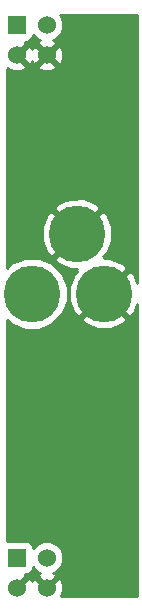
<source format=gbl>
G04 (created by PCBNEW-RS274X (2012-01-19 BZR 3256)-stable) date 15/02/2013 12:54:05*
G01*
G70*
G90*
%MOIN*%
G04 Gerber Fmt 3.4, Leading zero omitted, Abs format*
%FSLAX34Y34*%
G04 APERTURE LIST*
%ADD10C,0.006000*%
%ADD11R,0.060000X0.060000*%
%ADD12C,0.060000*%
%ADD13C,0.189000*%
%ADD14C,0.035000*%
%ADD15C,0.025000*%
%ADD16C,0.010000*%
G04 APERTURE END LIST*
G54D10*
G54D11*
X66500Y-34500D03*
G54D12*
X66500Y-35500D03*
X67500Y-34500D03*
X67500Y-35500D03*
G54D11*
X66500Y-52250D03*
G54D12*
X66500Y-53250D03*
X67500Y-52250D03*
X67500Y-53250D03*
G54D13*
X69400Y-43450D03*
X67000Y-43450D03*
X68500Y-41450D03*
G54D14*
X70100Y-47100D03*
X70150Y-36150D03*
G54D15*
X70150Y-36150D02*
X70200Y-36100D01*
G54D10*
G36*
X70525Y-53525D02*
X70164Y-53525D01*
X70164Y-44285D01*
X69400Y-43521D01*
X69329Y-43592D01*
X68636Y-44285D01*
X68740Y-44444D01*
X69170Y-44622D01*
X69636Y-44621D01*
X70060Y-44444D01*
X70164Y-44285D01*
X70164Y-53525D01*
X67974Y-53525D01*
X68043Y-53329D01*
X68032Y-53116D01*
X67972Y-52969D01*
X67878Y-52942D01*
X67571Y-53250D01*
X67500Y-53321D01*
X67429Y-53250D01*
X67394Y-53215D01*
X67122Y-52942D01*
X67028Y-52969D01*
X67002Y-53042D01*
X66972Y-52969D01*
X66878Y-52942D01*
X66571Y-53250D01*
X66500Y-53321D01*
X66429Y-53250D01*
X66500Y-53179D01*
X66535Y-53144D01*
X66808Y-52872D01*
X66787Y-52799D01*
X66849Y-52799D01*
X66941Y-52761D01*
X67011Y-52691D01*
X67049Y-52600D01*
X67049Y-52575D01*
X67189Y-52715D01*
X67280Y-52752D01*
X67219Y-52778D01*
X67192Y-52872D01*
X67500Y-53179D01*
X67808Y-52872D01*
X67781Y-52778D01*
X67715Y-52754D01*
X67811Y-52715D01*
X67965Y-52561D01*
X68049Y-52359D01*
X68049Y-52141D01*
X67965Y-51939D01*
X67811Y-51785D01*
X67609Y-51701D01*
X67391Y-51701D01*
X67189Y-51785D01*
X67049Y-51925D01*
X67049Y-51901D01*
X67011Y-51809D01*
X66941Y-51739D01*
X66850Y-51701D01*
X66751Y-51701D01*
X66175Y-51701D01*
X66175Y-44314D01*
X66323Y-44463D01*
X66762Y-44645D01*
X67237Y-44645D01*
X67676Y-44463D01*
X68013Y-44127D01*
X68195Y-43688D01*
X68195Y-43213D01*
X68013Y-42774D01*
X67677Y-42437D01*
X67238Y-42255D01*
X66808Y-42255D01*
X66763Y-42255D01*
X66324Y-42437D01*
X66175Y-42585D01*
X66175Y-35966D01*
X66207Y-35933D01*
X66219Y-35972D01*
X66421Y-36043D01*
X66634Y-36032D01*
X66781Y-35972D01*
X66808Y-35878D01*
X66535Y-35606D01*
X66500Y-35571D01*
X66429Y-35500D01*
X66500Y-35429D01*
X66535Y-35394D01*
X66808Y-35122D01*
X66787Y-35049D01*
X66849Y-35049D01*
X66941Y-35011D01*
X67011Y-34941D01*
X67049Y-34850D01*
X67049Y-34825D01*
X67189Y-34965D01*
X67280Y-35002D01*
X67219Y-35028D01*
X67192Y-35122D01*
X67500Y-35429D01*
X67808Y-35122D01*
X67781Y-35028D01*
X67715Y-35004D01*
X67811Y-34965D01*
X67965Y-34811D01*
X68049Y-34609D01*
X68049Y-34391D01*
X67965Y-34189D01*
X67951Y-34175D01*
X70525Y-34175D01*
X70525Y-43103D01*
X70394Y-42790D01*
X70235Y-42686D01*
X70164Y-42757D01*
X70164Y-42615D01*
X70060Y-42456D01*
X69672Y-42295D01*
X69630Y-42278D01*
X69393Y-42278D01*
X69431Y-42240D01*
X69377Y-42186D01*
X69494Y-42110D01*
X69672Y-41680D01*
X69671Y-41214D01*
X69494Y-40790D01*
X69335Y-40686D01*
X69264Y-40757D01*
X69264Y-40615D01*
X69160Y-40456D01*
X68730Y-40278D01*
X68264Y-40279D01*
X68043Y-40371D01*
X68043Y-35579D01*
X68032Y-35366D01*
X67972Y-35219D01*
X67878Y-35192D01*
X67571Y-35500D01*
X67878Y-35808D01*
X67972Y-35781D01*
X68043Y-35579D01*
X68043Y-40371D01*
X67840Y-40456D01*
X67808Y-40504D01*
X67808Y-35878D01*
X67500Y-35571D01*
X67429Y-35641D01*
X67429Y-35500D01*
X67122Y-35192D01*
X67028Y-35219D01*
X67002Y-35292D01*
X66972Y-35219D01*
X66878Y-35192D01*
X66571Y-35500D01*
X66878Y-35808D01*
X66972Y-35781D01*
X66997Y-35707D01*
X67028Y-35781D01*
X67122Y-35808D01*
X67429Y-35500D01*
X67429Y-35641D01*
X67192Y-35878D01*
X67219Y-35972D01*
X67421Y-36043D01*
X67634Y-36032D01*
X67781Y-35972D01*
X67808Y-35878D01*
X67808Y-40504D01*
X67736Y-40615D01*
X68500Y-41379D01*
X69264Y-40615D01*
X69264Y-40757D01*
X68606Y-41415D01*
X68571Y-41450D01*
X68500Y-41521D01*
X68465Y-41556D01*
X68429Y-41592D01*
X68429Y-41450D01*
X67665Y-40686D01*
X67506Y-40790D01*
X67328Y-41220D01*
X67329Y-41686D01*
X67506Y-42110D01*
X67665Y-42214D01*
X68429Y-41450D01*
X68429Y-41592D01*
X67736Y-42285D01*
X67840Y-42444D01*
X68270Y-42622D01*
X68507Y-42621D01*
X68469Y-42660D01*
X68522Y-42713D01*
X68406Y-42790D01*
X68228Y-43220D01*
X68229Y-43686D01*
X68406Y-44110D01*
X68565Y-44214D01*
X69294Y-43485D01*
X69329Y-43450D01*
X69400Y-43379D01*
X69435Y-43344D01*
X70164Y-42615D01*
X70164Y-42757D01*
X69471Y-43450D01*
X70235Y-44214D01*
X70394Y-44110D01*
X70525Y-43793D01*
X70525Y-53525D01*
X70525Y-53525D01*
G37*
G54D16*
X70525Y-53525D02*
X70164Y-53525D01*
X70164Y-44285D01*
X69400Y-43521D01*
X69329Y-43592D01*
X68636Y-44285D01*
X68740Y-44444D01*
X69170Y-44622D01*
X69636Y-44621D01*
X70060Y-44444D01*
X70164Y-44285D01*
X70164Y-53525D01*
X67974Y-53525D01*
X68043Y-53329D01*
X68032Y-53116D01*
X67972Y-52969D01*
X67878Y-52942D01*
X67571Y-53250D01*
X67500Y-53321D01*
X67429Y-53250D01*
X67394Y-53215D01*
X67122Y-52942D01*
X67028Y-52969D01*
X67002Y-53042D01*
X66972Y-52969D01*
X66878Y-52942D01*
X66571Y-53250D01*
X66500Y-53321D01*
X66429Y-53250D01*
X66500Y-53179D01*
X66535Y-53144D01*
X66808Y-52872D01*
X66787Y-52799D01*
X66849Y-52799D01*
X66941Y-52761D01*
X67011Y-52691D01*
X67049Y-52600D01*
X67049Y-52575D01*
X67189Y-52715D01*
X67280Y-52752D01*
X67219Y-52778D01*
X67192Y-52872D01*
X67500Y-53179D01*
X67808Y-52872D01*
X67781Y-52778D01*
X67715Y-52754D01*
X67811Y-52715D01*
X67965Y-52561D01*
X68049Y-52359D01*
X68049Y-52141D01*
X67965Y-51939D01*
X67811Y-51785D01*
X67609Y-51701D01*
X67391Y-51701D01*
X67189Y-51785D01*
X67049Y-51925D01*
X67049Y-51901D01*
X67011Y-51809D01*
X66941Y-51739D01*
X66850Y-51701D01*
X66751Y-51701D01*
X66175Y-51701D01*
X66175Y-44314D01*
X66323Y-44463D01*
X66762Y-44645D01*
X67237Y-44645D01*
X67676Y-44463D01*
X68013Y-44127D01*
X68195Y-43688D01*
X68195Y-43213D01*
X68013Y-42774D01*
X67677Y-42437D01*
X67238Y-42255D01*
X66808Y-42255D01*
X66763Y-42255D01*
X66324Y-42437D01*
X66175Y-42585D01*
X66175Y-35966D01*
X66207Y-35933D01*
X66219Y-35972D01*
X66421Y-36043D01*
X66634Y-36032D01*
X66781Y-35972D01*
X66808Y-35878D01*
X66535Y-35606D01*
X66500Y-35571D01*
X66429Y-35500D01*
X66500Y-35429D01*
X66535Y-35394D01*
X66808Y-35122D01*
X66787Y-35049D01*
X66849Y-35049D01*
X66941Y-35011D01*
X67011Y-34941D01*
X67049Y-34850D01*
X67049Y-34825D01*
X67189Y-34965D01*
X67280Y-35002D01*
X67219Y-35028D01*
X67192Y-35122D01*
X67500Y-35429D01*
X67808Y-35122D01*
X67781Y-35028D01*
X67715Y-35004D01*
X67811Y-34965D01*
X67965Y-34811D01*
X68049Y-34609D01*
X68049Y-34391D01*
X67965Y-34189D01*
X67951Y-34175D01*
X70525Y-34175D01*
X70525Y-43103D01*
X70394Y-42790D01*
X70235Y-42686D01*
X70164Y-42757D01*
X70164Y-42615D01*
X70060Y-42456D01*
X69672Y-42295D01*
X69630Y-42278D01*
X69393Y-42278D01*
X69431Y-42240D01*
X69377Y-42186D01*
X69494Y-42110D01*
X69672Y-41680D01*
X69671Y-41214D01*
X69494Y-40790D01*
X69335Y-40686D01*
X69264Y-40757D01*
X69264Y-40615D01*
X69160Y-40456D01*
X68730Y-40278D01*
X68264Y-40279D01*
X68043Y-40371D01*
X68043Y-35579D01*
X68032Y-35366D01*
X67972Y-35219D01*
X67878Y-35192D01*
X67571Y-35500D01*
X67878Y-35808D01*
X67972Y-35781D01*
X68043Y-35579D01*
X68043Y-40371D01*
X67840Y-40456D01*
X67808Y-40504D01*
X67808Y-35878D01*
X67500Y-35571D01*
X67429Y-35641D01*
X67429Y-35500D01*
X67122Y-35192D01*
X67028Y-35219D01*
X67002Y-35292D01*
X66972Y-35219D01*
X66878Y-35192D01*
X66571Y-35500D01*
X66878Y-35808D01*
X66972Y-35781D01*
X66997Y-35707D01*
X67028Y-35781D01*
X67122Y-35808D01*
X67429Y-35500D01*
X67429Y-35641D01*
X67192Y-35878D01*
X67219Y-35972D01*
X67421Y-36043D01*
X67634Y-36032D01*
X67781Y-35972D01*
X67808Y-35878D01*
X67808Y-40504D01*
X67736Y-40615D01*
X68500Y-41379D01*
X69264Y-40615D01*
X69264Y-40757D01*
X68606Y-41415D01*
X68571Y-41450D01*
X68500Y-41521D01*
X68465Y-41556D01*
X68429Y-41592D01*
X68429Y-41450D01*
X67665Y-40686D01*
X67506Y-40790D01*
X67328Y-41220D01*
X67329Y-41686D01*
X67506Y-42110D01*
X67665Y-42214D01*
X68429Y-41450D01*
X68429Y-41592D01*
X67736Y-42285D01*
X67840Y-42444D01*
X68270Y-42622D01*
X68507Y-42621D01*
X68469Y-42660D01*
X68522Y-42713D01*
X68406Y-42790D01*
X68228Y-43220D01*
X68229Y-43686D01*
X68406Y-44110D01*
X68565Y-44214D01*
X69294Y-43485D01*
X69329Y-43450D01*
X69400Y-43379D01*
X69435Y-43344D01*
X70164Y-42615D01*
X70164Y-42757D01*
X69471Y-43450D01*
X70235Y-44214D01*
X70394Y-44110D01*
X70525Y-43793D01*
X70525Y-53525D01*
M02*

</source>
